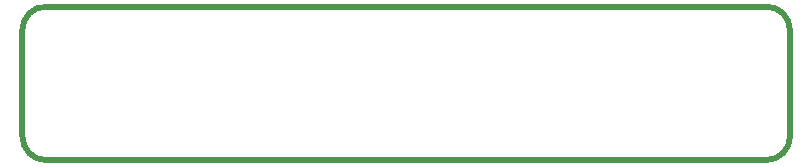
<source format=gko>
G04*
G04 #@! TF.GenerationSoftware,Altium Limited,Altium Designer,20.1.12 (249)*
G04*
G04 Layer_Color=16711935*
%FSLAX25Y25*%
%MOIN*%
G70*
G04*
G04 #@! TF.SameCoordinates,9F8D7EE4-A703-4B50-B93F-D04A273BC2B7*
G04*
G04*
G04 #@! TF.FilePolarity,Positive*
G04*
G01*
G75*
%ADD31C,0.01968*%
D31*
X248031D02*
G03*
X255906Y7874I0J7874D01*
G01*
X0Y7874D02*
G03*
X7874Y0I7874J-0D01*
G01*
X7874Y51181D02*
G03*
X0Y43307I0J-7874D01*
G01*
X255906D02*
G03*
X248031Y51181I-7874J0D01*
G01*
X255906Y7874D02*
Y43307D01*
X7874Y0D02*
X248031D01*
X0Y7874D02*
Y43307D01*
X7874Y51181D02*
X248031Y51181D01*
M02*

</source>
